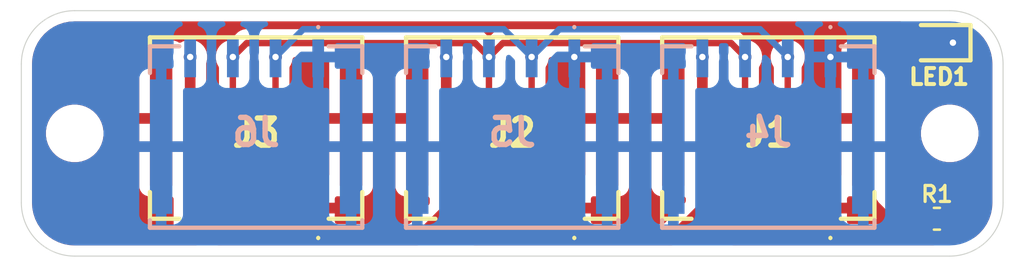
<source format=kicad_pcb>
(kicad_pcb (version 20241229) (generator "pcbnew") (generator_version "9.0")
  (layers (0 "F.Cu" signal) (2 "B.Cu" signal) (13 "F.Paste" user) (15 "B.Paste" user) (5 "F.SilkS" user "F.Silkscreen") (7 "B.SilkS" user "B.Silkscreen") (1 "F.Mask" user) (3 "B.Mask" user) (25 "Edge.Cuts" user))
  (net 0 "")
  (net 1 "/CAN_LOW")
  (net 2 "GND")
  (net 3 "/CAN_HI")
  (net 4 "VCC")
  (net 5 "/PWR_LED")
  (footprint "MountingHole:MountingHole_2.2mm_M2" (layer "F.Cu") (at 139.5 56.25)
    (property "Reference" "REF**" (hide yes))
    (property "Value" "MountingHole_2.2mm_M2" (hide yes))
    (pad "" np_thru_hole circle (at 0 0) (size 2.2 2.2) (drill 2.2) (layers "*.Cu" "*.Mask"))
  )
  (footprint "SDM_MiscFootprint:SM04BULHK1TA1ETBHF" (layer "F.Cu") (at 119 56)
    (property "Reference" "J2" (at 0 0.225 0) (layer "F.SilkS") (effects (font (size 1.27 1.27) (thickness 0.254))))
    (property "Value" "SM04B-ULHK-1TA1-ETB_HF_" (hide yes))
    (fp_line (start -4.975 -4.25) (end -4.975 -3.9) (stroke (width 0.2)) (layer "F.SilkS"))
    (fp_line (start -4.975 3) (end -4.975 4.25) (stroke (width 0.2)) (layer "F.SilkS"))
    (fp_line (start -4.975 4.25) (end -3.6 4.25) (stroke (width 0.2)) (layer "F.SilkS"))
    (fp_line (start 2.91 5.1) (end 2.91 5.1) (stroke (width 0.1)) (layer "F.SilkS"))
    (fp_line (start 2.91 5.2) (end 2.91 5.2) (stroke (width 0.1)) (layer "F.SilkS"))
    (fp_line (start 4.975 -4.25) (end -4.975 -4.25) (stroke (width 0.2)) (layer "F.SilkS"))
    (fp_line (start 4.975 -3.9) (end 4.975 -4.25) (stroke (width 0.2)) (layer "F.SilkS"))
    (fp_line (start 4.975 3) (end 4.975 4.25) (stroke (width 0.2)) (layer "F.SilkS"))
    (fp_line (start 4.975 4.25) (end 3.4 4.25) (stroke (width 0.2)) (layer "F.SilkS"))
    (fp_arc (start 2.91 5.1) (mid 2.96 5.15) (end 2.91 5.2) (stroke (width 0.1)) (layer "F.SilkS"))
    (fp_arc (start 2.91 5.2) (mid 2.86 5.15) (end 2.91 5.1) (stroke (width 0.1)) (layer "F.SilkS"))
    (pad "1" smd rect (at 2.91 3.75) (size 0.55 1.9) (layers "F.Cu" "F.Mask" "F.Paste") (net 2 "GND"))
    (pad "2" smd rect (at 0.91 3.75) (size 0.55 1.9) (layers "F.Cu" "F.Mask" "F.Paste") (net 1 "/CAN_LOW"))
    (pad "3" smd rect (at -1.09 3.75) (size 0.55 1.9) (layers "F.Cu" "F.Mask" "F.Paste") (net 3 "/CAN_HI"))
    (pad "4" smd rect (at -3.09 3.75) (size 0.55 1.9) (layers "F.Cu" "F.Mask" "F.Paste") (net 4 "VCC"))
    (pad "5" smd rect (at -4.45 -0.45) (size 1.05 6.3) (layers "F.Cu" "F.Mask" "F.Paste") (net 2 "GND"))
    (pad "6" smd rect (at 4.45 -0.45) (size 1.05 6.3) (layers "F.Cu" "F.Mask" "F.Paste") (net 2 "GND"))
  )
  (footprint "SDM_MiscFootprint:LEDC1608X80N" (layer "F.Cu") (at 138.9 52 180)
    (property "Reference" "LED1" (at -0.1 -1.6 0) (layer "F.SilkS") (effects (font (size 0.75 0.75) (thickness 0.1875))))
    (property "Value" "150060RS75000" (hide yes))
    (fp_line (start 0.75 -0.825) (end -1.575 -0.825) (stroke (width 0.2)) (layer "F.SilkS"))
    (fp_line (start -1.575 0.825) (end 0.75 0.825) (stroke (width 0.2)) (layer "F.SilkS"))
    (fp_line (start -1.575 -0.825) (end -1.575 0.825) (stroke (width 0.2)) (layer "F.SilkS"))
    (pad "1" smd rect (at -0.75 0 270) (size 0.95 0.95) (layers "F.Cu" "F.Mask" "F.Paste") (net 2 "GND"))
    (pad "2" smd rect (at 0.75 0 270) (size 0.95 0.95) (layers "F.Cu" "F.Mask" "F.Paste") (net 5 "/PWR_LED"))
  )
  (footprint "MountingHole:MountingHole_2.2mm_M2" (layer "F.Cu") (at 98.5 56.25)
    (property "Reference" "REF**" (hide yes))
    (property "Value" "MountingHole_2.2mm_M2" (hide yes))
    (pad "" np_thru_hole circle (at 0 0) (size 2.2 2.2) (drill 2.2) (layers "*.Cu" "*.Mask"))
  )
  (footprint "SDM_MiscFootprint:SM04BULHK1TA1ETBHF" (layer "F.Cu") (at 107 56)
    (property "Reference" "J3" (at 0 0.225 0) (layer "F.SilkS") (effects (font (size 1.27 1.27) (thickness 0.254))))
    (property "Value" "SM04B-ULHK-1TA1-ETB_HF_" (hide yes))
    (fp_line (start -4.975 -4.25) (end -4.975 -3.9) (stroke (width 0.2)) (layer "F.SilkS"))
    (fp_line (start -4.975 3) (end -4.975 4.25) (stroke (width 0.2)) (layer "F.SilkS"))
    (fp_line (start -4.975 4.25) (end -3.6 4.25) (stroke (width 0.2)) (layer "F.SilkS"))
    (fp_line (start 2.91 5.1) (end 2.91 5.1) (stroke (width 0.1)) (layer "F.SilkS"))
    (fp_line (start 2.91 5.2) (end 2.91 5.2) (stroke (width 0.1)) (layer "F.SilkS"))
    (fp_line (start 4.975 -4.25) (end -4.975 -4.25) (stroke (width 0.2)) (layer "F.SilkS"))
    (fp_line (start 4.975 -3.9) (end 4.975 -4.25) (stroke (width 0.2)) (layer "F.SilkS"))
    (fp_line (start 4.975 3) (end 4.975 4.25) (stroke (width 0.2)) (layer "F.SilkS"))
    (fp_line (start 4.975 4.25) (end 3.4 4.25) (stroke (width 0.2)) (layer "F.SilkS"))
    (fp_arc (start 2.91 5.1) (mid 2.96 5.15) (end 2.91 5.2) (stroke (width 0.1)) (layer "F.SilkS"))
    (fp_arc (start 2.91 5.2) (mid 2.86 5.15) (end 2.91 5.1) (stroke (width 0.1)) (layer "F.SilkS"))
    (pad "1" smd rect (at 2.91 3.75) (size 0.55 1.9) (layers "F.Cu" "F.Mask" "F.Paste") (net 2 "GND"))
    (pad "2" smd rect (at 0.91 3.75) (size 0.55 1.9) (layers "F.Cu" "F.Mask" "F.Paste") (net 1 "/CAN_LOW"))
    (pad "3" smd rect (at -1.09 3.75) (size 0.55 1.9) (layers "F.Cu" "F.Mask" "F.Paste") (net 3 "/CAN_HI"))
    (pad "4" smd rect (at -3.09 3.75) (size 0.55 1.9) (layers "F.Cu" "F.Mask" "F.Paste") (net 4 "VCC"))
    (pad "5" smd rect (at -4.45 -0.45) (size 1.05 6.3) (layers "F.Cu" "F.Mask" "F.Paste") (net 2 "GND"))
    (pad "6" smd rect (at 4.45 -0.45) (size 1.05 6.3) (layers "F.Cu" "F.Mask" "F.Paste") (net 2 "GND"))
  )
  (footprint "Capacitor_SMD:C_0603_1608Metric" (layer "F.Cu") (at 138.9 60.25)
    (property "Reference" "R1" (at 0 -1.15 0) (layer "F.SilkS") (effects (font (size 0.75 0.75))))
    (property "Value" "68")
    (fp_line (start -0.14058 -0.51) (end 0.14058 -0.51) (stroke (width 0.12)) (layer "F.SilkS"))
    (fp_line (start -0.14058 0.51) (end 0.14058 0.51) (stroke (width 0.12)) (layer "F.SilkS"))
    (pad "1" smd roundrect (at -0.775 0) (size 0.9 0.95) (layers "F.Cu" "F.Mask" "F.Paste") (net 5 "/PWR_LED"))
    (pad "2" smd roundrect (at 0.775 0) (size 0.9 0.95) (layers "F.Cu" "F.Mask" "F.Paste") (net 4 "VCC"))
  )
  (footprint "SDM_MiscFootprint:SM04BULHK1TA1ETBHF" (layer "F.Cu") (at 131 56)
    (property "Reference" "J1" (at 0 0.225 0) (layer "F.SilkS") (effects (font (size 1.27 1.27) (thickness 0.254))))
    (property "Value" "SM04B-ULHK-1TA1-ETB_HF_" (hide yes))
    (fp_line (start -4.975 -4.25) (end -4.975 -3.9) (stroke (width 0.2)) (layer "F.SilkS"))
    (fp_line (start -4.975 3) (end -4.975 4.25) (stroke (width 0.2)) (layer "F.SilkS"))
    (fp_line (start -4.975 4.25) (end -3.6 4.25) (stroke (width 0.2)) (layer "F.SilkS"))
    (fp_line (start 2.91 5.1) (end 2.91 5.1) (stroke (width 0.1)) (layer "F.SilkS"))
    (fp_line (start 2.91 5.2) (end 2.91 5.2) (stroke (width 0.1)) (layer "F.SilkS"))
    (fp_line (start 4.975 -4.25) (end -4.975 -4.25) (stroke (width 0.2)) (layer "F.SilkS"))
    (fp_line (start 4.975 -3.9) (end 4.975 -4.25) (stroke (width 0.2)) (layer "F.SilkS"))
    (fp_line (start 4.975 3) (end 4.975 4.25) (stroke (width 0.2)) (layer "F.SilkS"))
    (fp_line (start 4.975 4.25) (end 3.4 4.25) (stroke (width 0.2)) (layer "F.SilkS"))
    (fp_arc (start 2.91 5.1) (mid 2.96 5.15) (end 2.91 5.2) (stroke (width 0.1)) (layer "F.SilkS"))
    (fp_arc (start 2.91 5.2) (mid 2.86 5.15) (end 2.91 5.1) (stroke (width 0.1)) (layer "F.SilkS"))
    (pad "1" smd rect (at 2.91 3.75) (size 0.55 1.9) (layers "F.Cu" "F.Mask" "F.Paste") (net 2 "GND"))
    (pad "2" smd rect (at 0.91 3.75) (size 0.55 1.9) (layers "F.Cu" "F.Mask" "F.Paste") (net 1 "/CAN_LOW"))
    (pad "3" smd rect (at -1.09 3.75) (size 0.55 1.9) (layers "F.Cu" "F.Mask" "F.Paste") (net 3 "/CAN_HI"))
    (pad "4" smd rect (at -3.09 3.75) (size 0.55 1.9) (layers "F.Cu" "F.Mask" "F.Paste") (net 4 "VCC"))
    (pad "5" smd rect (at -4.45 -0.45) (size 1.05 6.3) (layers "F.Cu" "F.Mask" "F.Paste") (net 2 "GND"))
    (pad "6" smd rect (at 4.45 -0.45) (size 1.05 6.3) (layers "F.Cu" "F.Mask" "F.Paste") (net 2 "GND"))
  )
  (footprint "SDM_MiscFootprint:SM04BULHK1TA1ETBHF" (layer "B.Cu") (at 119 56.42)
    (property "Reference" "J5" (at 0 -0.225 0) (layer "B.SilkS") (effects (font (size 1.27 1.27) (thickness 0.254)) (justify mirror)))
    (property "Value" "SM04B-ULHK-1TA1-ETB_HF_" (hide yes))
    (fp_line (start -4.975 -4.25) (end -3.6 -4.25) (stroke (width 0.2)) (layer "B.SilkS"))
    (fp_line (start -4.975 -3) (end -4.975 -4.25) (stroke (width 0.2)) (layer "B.SilkS"))
    (fp_line (start -4.975 4.25) (end -4.975 3.9) (stroke (width 0.2)) (layer "B.SilkS"))
    (fp_line (start 2.91 -5.2) (end 2.91 -5.2) (stroke (width 0.1)) (layer "B.SilkS"))
    (fp_line (start 2.91 -5.1) (end 2.91 -5.1) (stroke (width 0.1)) (layer "B.SilkS"))
    (fp_line (start 4.975 -4.25) (end 3.4 -4.25) (stroke (width 0.2)) (layer "B.SilkS"))
    (fp_line (start 4.975 -3) (end 4.975 -4.25) (stroke (width 0.2)) (layer "B.SilkS"))
    (fp_line (start 4.975 3.9) (end 4.975 4.25) (stroke (width 0.2)) (layer "B.SilkS"))
    (fp_line (start 4.975 4.25) (end -4.975 4.25) (stroke (width 0.2)) (layer "B.SilkS"))
    (fp_arc (start 2.91 -5.2) (mid 2.96 -5.15) (end 2.91 -5.1) (stroke (width 0.1)) (layer "B.SilkS"))
    (fp_arc (start 2.91 -5.1) (mid 2.86 -5.15) (end 2.91 -5.2) (stroke (width 0.1)) (layer "B.SilkS"))
    (pad "1" smd rect (at 2.91 -3.75) (size 0.55 1.9) (layers "B.Cu" "B.Mask" "B.Paste") (net 2 "GND"))
    (pad "2" smd rect (at 0.91 -3.75) (size 0.55 1.9) (layers "B.Cu" "B.Mask" "B.Paste") (net 1 "/CAN_LOW"))
    (pad "3" smd rect (at -1.09 -3.75) (size 0.55 1.9) (layers "B.Cu" "B.Mask" "B.Paste") (net 3 "/CAN_HI"))
    (pad "4" smd rect (at -3.09 -3.75) (size 0.55 1.9) (layers "B.Cu" "B.Mask" "B.Paste") (net 4 "VCC"))
    (pad "5" smd rect (at -4.45 0.45) (size 1.05 6.3) (layers "B.Cu" "B.Mask" "B.Paste") (net 2 "GND"))
    (pad "6" smd rect (at 4.45 0.45) (size 1.05 6.3) (layers "B.Cu" "B.Mask" "B.Paste") (net 2 "GND"))
  )
  (footprint "SDM_MiscFootprint:SM04BULHK1TA1ETBHF" (layer "B.Cu") (at 131 56.42)
    (property "Reference" "J4" (at 0 -0.225 0) (layer "B.SilkS") (effects (font (size 1.27 1.27) (thickness 0.254)) (justify mirror)))
    (property "Value" "SM04B-ULHK-1TA1-ETB_HF_" (hide yes))
    (fp_line (start -4.975 -4.25) (end -3.6 -4.25) (stroke (width 0.2)) (layer "B.SilkS"))
    (fp_line (start -4.975 -3) (end -4.975 -4.25) (stroke (width 0.2)) (layer "B.SilkS"))
    (fp_line (start -4.975 4.25) (end -4.975 3.9) (stroke (width 0.2)) (layer "B.SilkS"))
    (fp_line (start 2.91 -5.2) (end 2.91 -5.2) (stroke (width 0.1)) (layer "B.SilkS"))
    (fp_line (start 2.91 -5.1) (end 2.91 -5.1) (stroke (width 0.1)) (layer "B.SilkS"))
    (fp_line (start 4.975 -4.25) (end 3.4 -4.25) (stroke (width 0.2)) (layer "B.SilkS"))
    (fp_line (start 4.975 -3) (end 4.975 -4.25) (stroke (width 0.2)) (layer "B.SilkS"))
    (fp_line (start 4.975 3.9) (end 4.975 4.25) (stroke (width 0.2)) (layer "B.SilkS"))
    (fp_line (start 4.975 4.25) (end -4.975 4.25) (stroke (width 0.2)) (layer "B.SilkS"))
    (fp_arc (start 2.91 -5.2) (mid 2.96 -5.15) (end 2.91 -5.1) (stroke (width 0.1)) (layer "B.SilkS"))
    (fp_arc (start 2.91 -5.1) (mid 2.86 -5.15) (end 2.91 -5.2) (stroke (width 0.1)) (layer "B.SilkS"))
    (pad "1" smd rect (at 2.91 -3.75) (size 0.55 1.9) (layers "B.Cu" "B.Mask" "B.Paste") (net 2 "GND"))
    (pad "2" smd rect (at 0.91 -3.75) (size 0.55 1.9) (layers "B.Cu" "B.Mask" "B.Paste") (net 1 "/CAN_LOW"))
    (pad "3" smd rect (at -1.09 -3.75) (size 0.55 1.9) (layers "B.Cu" "B.Mask" "B.Paste") (net 3 "/CAN_HI"))
    (pad "4" smd rect (at -3.09 -3.75) (size 0.55 1.9) (layers "B.Cu" "B.Mask" "B.Paste") (net 4 "VCC"))
    (pad "5" smd rect (at -4.45 0.45) (size 1.05 6.3) (layers "B.Cu" "B.Mask" "B.Paste") (net 2 "GND"))
    (pad "6" smd rect (at 4.45 0.45) (size 1.05 6.3) (layers "B.Cu" "B.Mask" "B.Paste") (net 2 "GND"))
  )
  (footprint "SDM_MiscFootprint:SM04BULHK1TA1ETBHF" (layer "B.Cu") (at 107 56.42)
    (property "Reference" "J6" (at 0 -0.225 0) (layer "B.SilkS") (effects (font (size 1.27 1.27) (thickness 0.254)) (justify mirror)))
    (property "Value" "SM04B-ULHK-1TA1-ETB_HF_" (hide yes))
    (fp_line (start -4.975 -4.25) (end -3.6 -4.25) (stroke (width 0.2)) (layer "B.SilkS"))
    (fp_line (start -4.975 -3) (end -4.975 -4.25) (stroke (width 0.2)) (layer "B.SilkS"))
    (fp_line (start -4.975 4.25) (end -4.975 3.9) (stroke (width 0.2)) (layer "B.SilkS"))
    (fp_line (start 2.91 -5.2) (end 2.91 -5.2) (stroke (width 0.1)) (layer "B.SilkS"))
    (fp_line (start 2.91 -5.1) (end 2.91 -5.1) (stroke (width 0.1)) (layer "B.SilkS"))
    (fp_line (start 4.975 -4.25) (end 3.4 -4.25) (stroke (width 0.2)) (layer "B.SilkS"))
    (fp_line (start 4.975 -3) (end 4.975 -4.25) (stroke (width 0.2)) (layer "B.SilkS"))
    (fp_line (start 4.975 3.9) (end 4.975 4.25) (stroke (width 0.2)) (layer "B.SilkS"))
    (fp_line (start 4.975 4.25) (end -4.975 4.25) (stroke (width 0.2)) (layer "B.SilkS"))
    (fp_arc (start 2.91 -5.2) (mid 2.96 -5.15) (end 2.91 -5.1) (stroke (width 0.1)) (layer "B.SilkS"))
    (fp_arc (start 2.91 -5.1) (mid 2.86 -5.15) (end 2.91 -5.2) (stroke (width 0.1)) (layer "B.SilkS"))
    (pad "1" smd rect (at 2.91 -3.75) (size 0.55 1.9) (layers "B.Cu" "B.Mask" "B.Paste") (net 2 "GND"))
    (pad "2" smd rect (at 0.91 -3.75) (size 0.55 1.9) (layers "B.Cu" "B.Mask" "B.Paste") (net 1 "/CAN_LOW"))
    (pad "3" smd rect (at -1.09 -3.75) (size 0.55 1.9) (layers "B.Cu" "B.Mask" "B.Paste") (net 3 "/CAN_HI"))
    (pad "4" smd rect (at -3.09 -3.75) (size 0.55 1.9) (layers "B.Cu" "B.Mask" "B.Paste") (net 4 "VCC"))
    (pad "5" smd rect (at -4.45 0.45) (size 1.05 6.3) (layers "B.Cu" "B.Mask" "B.Paste") (net 2 "GND"))
    (pad "6" smd rect (at 4.45 0.45) (size 1.05 6.3) (layers "B.Cu" "B.Mask" "B.Paste") (net 2 "GND"))
  )
  (gr_arc (start 142 59.5) (mid 141.267767 61.267767) (end 139.5 62) (stroke (width 0.05)) (layer "Edge.Cuts"))
  (gr_line (start 142 53) (end 142 59.5) (stroke (width 0.05)) (layer "Edge.Cuts"))
  (gr_line (start 96 59.5) (end 96 53) (stroke (width 0.05)) (layer "Edge.Cuts"))
  (gr_arc (start 98.5 62) (mid 96.732233 61.267767) (end 96 59.5) (stroke (width 0.05)) (layer "Edge.Cuts"))
  (gr_line (start 139.5 62) (end 98.5 62) (stroke (width 0.05)) (layer "Edge.Cuts"))
  (gr_line (start 98.5 50.5) (end 139.5 50.5) (stroke (width 0.05)) (layer "Edge.Cuts"))
  (gr_arc (start 96 53) (mid 96.732233 51.232233) (end 98.5 50.5) (stroke (width 0.05)) (layer "Edge.Cuts"))
  (gr_arc (start 139.5 50.5) (mid 141.267767 51.232233) (end 142 53) (stroke (width 0.05)) (layer "Edge.Cuts"))
  (segment (start 119.91 59.75) (end 119.91 52.67) (width 0.3) (layer "F.Cu") (net 1))
  (segment (start 131.91 59.75) (end 131.91 52.67) (width 0.3) (layer "F.Cu") (net 1))
  (segment (start 107.91 59.75) (end 107.91 52.67) (width 0.3) (layer "F.Cu") (net 1))
  (via (at 131.91 52.67) (size 0.6) (drill 0.3) (layers "F.Cu" "B.Cu") (net 1))
  (via (at 107.91 52.67) (size 0.6) (drill 0.3) (layers "F.Cu" "B.Cu") (net 1))
  (via (at 119.91 52.67) (size 0.6) (drill 0.3) (layers "F.Cu" "B.Cu") (net 1))
  (segment (start 121.211 51.369) (end 119.91 52.67) (width 0.3) (layer "B.Cu") (net 1))
  (segment (start 118.609 51.369) (end 109.211 51.369) (width 0.3) (layer "B.Cu") (net 1))
  (segment (start 131.91 52.67) (end 130.609 51.369) (width 0.3) (layer "B.Cu") (net 1))
  (segment (start 130.609 51.369) (end 121.211 51.369) (width 0.3) (layer "B.Cu") (net 1))
  (segment (start 119.91 52.67) (end 118.609 51.369) (width 0.3) (layer "B.Cu") (net 1))
  (segment (start 109.211 51.369) (end 107.91 52.67) (width 0.3) (layer "B.Cu") (net 1))
  (segment (start 121.91 59.75) (end 121.91 52.67) (width 0.2) (layer "F.Cu") (net 2))
  (segment (start 133.91 59.75) (end 133.91 52.67) (width 0.2) (layer "F.Cu") (net 2))
  (via (at 133.91 52.67) (size 0.6) (drill 0.3) (layers "F.Cu" "B.Cu") (net 2))
  (via (at 121.91 52.67) (size 0.6) (drill 0.3) (layers "F.Cu" "B.Cu") (net 2))
  (via (at 139.65 52) (size 0.6) (drill 0.3) (layers "F.Cu" "B.Cu") (net 2))
  (segment (start 118.561 52.019) (end 117.91 52.67) (width 0.3) (layer "F.Cu") (net 3))
  (segment (start 117.91 52.67) (end 117.259 52.019) (width 0.3) (layer "F.Cu") (net 3))
  (segment (start 117.259 52.019) (end 106.561 52.019) (width 0.3) (layer "F.Cu") (net 3))
  (segment (start 105.91 59.75) (end 105.91 52.67) (width 0.3) (layer "F.Cu") (net 3))
  (segment (start 129.91 59.75) (end 129.91 52.67) (width 0.3) (layer "F.Cu") (net 3))
  (segment (start 117.91 59.75) (end 117.91 52.67) (width 0.3) (layer "F.Cu") (net 3))
  (segment (start 106.561 52.019) (end 105.91 52.67) (width 0.3) (layer "F.Cu") (net 3))
  (segment (start 129.259 52.019) (end 118.561 52.019) (width 0.3) (layer "F.Cu") (net 3))
  (segment (start 129.91 52.67) (end 129.259 52.019) (width 0.3) (layer "F.Cu") (net 3))
  (via (at 105.91 52.67) (size 0.6) (drill 0.3) (layers "F.Cu" "B.Cu") (net 3))
  (via (at 117.91 52.67) (size 0.6) (drill 0.3) (layers "F.Cu" "B.Cu") (net 3))
  (via (at 129.91 52.67) (size 0.6) (drill 0.3) (layers "F.Cu" "B.Cu") (net 3))
  (segment (start 127.91 59.75) (end 129.41 61.25) (width 0.5) (layer "F.Cu") (net 4))
  (segment (start 138.675 61.25) (end 139.675 60.25) (width 0.5) (layer "F.Cu") (net 4))
  (segment (start 103.91 59.75) (end 103.91 52.67) (width 0.5) (layer "F.Cu") (net 4))
  (segment (start 139.675 60.4) (end 139.65 60.4) (width 0.5) (layer "F.Cu") (net 4))
  (segment (start 103.91 59.877) (end 103.91 59.75) (width 0.5) (layer "F.Cu") (net 4))
  (segment (start 105.283 61.25) (end 103.91 59.877) (width 0.5) (layer "F.Cu") (net 4))
  (segment (start 127.91 59.75) (end 127.91 52.67) (width 0.5) (layer "F.Cu") (net 4))
  (segment (start 115.91 59.84) (end 114.5 61.25) (width 0.5) (layer "F.Cu") (net 4))
  (segment (start 126.41 61.25) (end 117.283 61.25) (width 0.5) (layer "F.Cu") (net 4))
  (segment (start 115.91 59.877) (end 115.91 59.75) (width 0.5) (layer "F.Cu") (net 4))
  (segment (start 114.5 61.25) (end 105.283 61.25) (width 0.5) (layer "F.Cu") (net 4))
  (segment (start 129.41 61.25) (end 138.675 61.25) (width 0.5) (layer "F.Cu") (net 4))
  (segment (start 127.91 59.75) (end 126.41 61.25) (width 0.5) (layer "F.Cu") (net 4))
  (segment (start 115.91 59.75) (end 115.91 52.67) (width 0.5) (layer "F.Cu") (net 4))
  (segment (start 115.91 59.75) (end 115.91 59.84) (width 0.5) (layer "F.Cu") (net 4))
  (segment (start 117.283 61.25) (end 115.91 59.877) (width 0.5) (layer "F.Cu") (net 4))
  (via (at 115.91 52.67) (size 0.6) (drill 0.3) (layers "F.Cu" "B.Cu") (net 4))
  (via (at 127.91 52.67) (size 0.6) (drill 0.3) (layers "F.Cu" "B.Cu") (net 4))
  (via (at 103.91 52.67) (size 0.6) (drill 0.3) (layers "F.Cu" "B.Cu") (net 4))
  (segment (start 136.75 59) (end 138 60.25) (width 0.5) (layer "F.Cu") (net 5))
  (segment (start 136.75 53.25) (end 136.75 59) (width 0.5) (layer "F.Cu") (net 5))
  (segment (start 138 60.25) (end 138.125 60.25) (width 0.5) (layer "F.Cu") (net 5))
  (segment (start 138 52) (end 136.75 53.25) (width 0.5) (layer "F.Cu") (net 5))
  (segment (start 138.125 60.4) (end 138.1 60.4) (width 0.5) (layer "F.Cu") (net 5))
  (segment (start 138.15 52) (end 138 52) (width 0.5) (layer "F.Cu") (net 5))
  (zone (net 2) (net_name "GND") (layers "F.Cu" "B.Cu") (connect_pads (clearance 0.5)) (min_thickness 0.25) (fill yes (thermal_gap 0.5) (thermal_bridge_width 0.5))
    (polygon (pts (xy 143 50) (xy 95 50) (xy 95 63) (xy 143 63)))
  )
)
</source>
